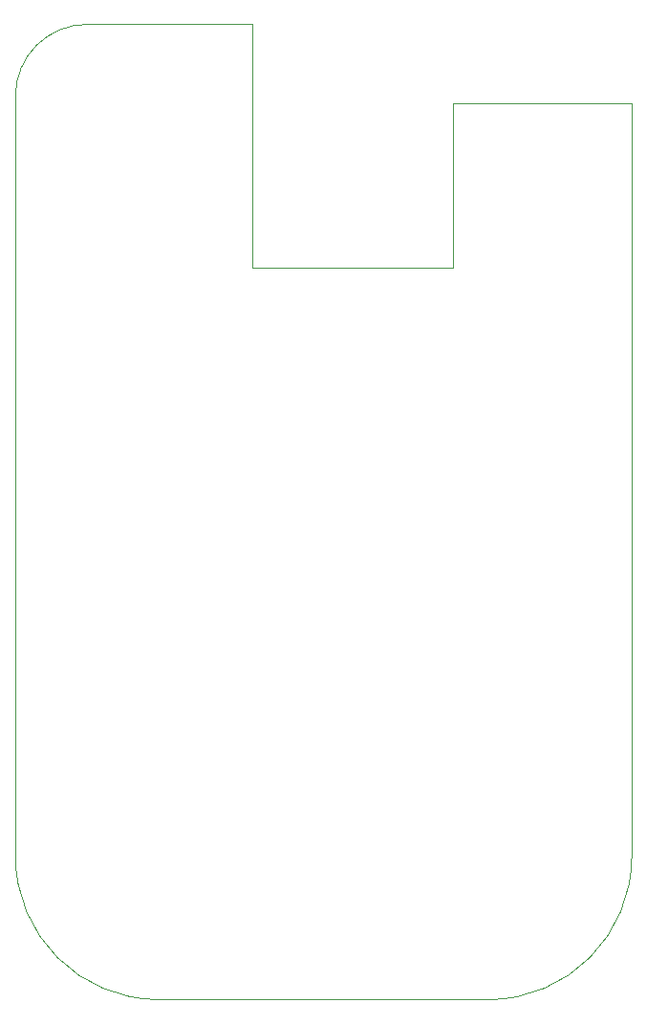
<source format=gbr>
%TF.GenerationSoftware,KiCad,Pcbnew,9.0.6+1*%
%TF.CreationDate,2025-12-07T10:11:00+00:00*%
%TF.ProjectId,com4bbb,636f6d34-6262-4622-9e6b-696361645f70,0.2*%
%TF.SameCoordinates,Original*%
%TF.FileFunction,Profile,NP*%
%FSLAX46Y46*%
G04 Gerber Fmt 4.6, Leading zero omitted, Abs format (unit mm)*
G04 Created by KiCad (PCBNEW 9.0.6+1) date 2025-12-07 10:11:00*
%MOMM*%
%LPD*%
G01*
G04 APERTURE LIST*
%TA.AperFunction,Profile*%
%ADD10C,0.002540*%
%TD*%
G04 APERTURE END LIST*
D10*
X169075100Y-116357400D02*
X169075100Y-49682400D01*
X114465100Y-49047400D02*
G75*
G02*
X120815100Y-42697400I6350000J0D01*
G01*
X127165100Y-129057400D02*
X156375100Y-129057400D01*
X127165100Y-129057400D02*
G75*
G02*
X114465100Y-116357400I0J12700000D01*
G01*
X169075100Y-49682400D02*
X153200100Y-49682400D01*
X135420100Y-42697400D02*
X120815100Y-42697400D01*
X169075100Y-116357400D02*
G75*
G02*
X156375100Y-129057400I-12700000J0D01*
G01*
X135420100Y-64287400D02*
X135420100Y-42697400D01*
X114465100Y-49047400D02*
X114465100Y-116357400D01*
X153200100Y-49682400D02*
X153200100Y-64287400D01*
X153200100Y-64287400D02*
X135420100Y-64287400D01*
M02*

</source>
